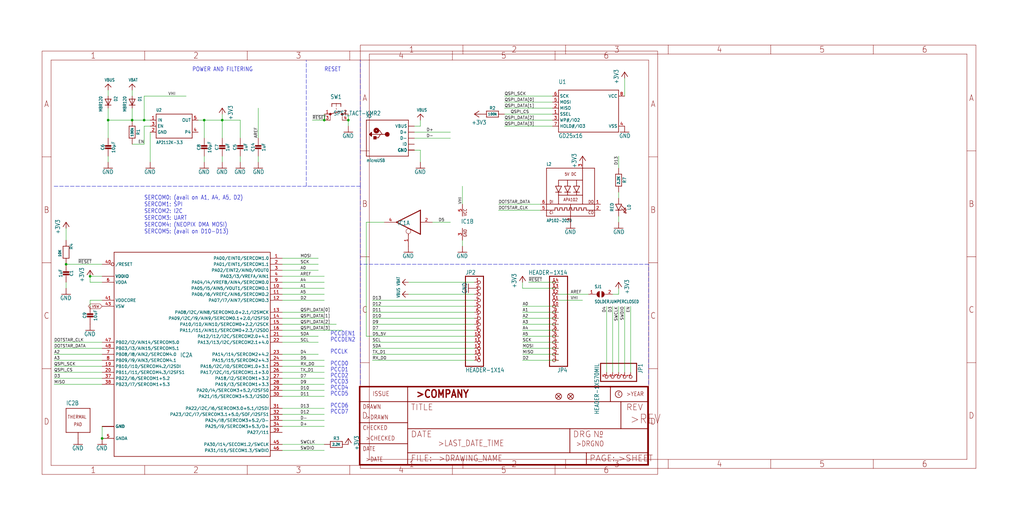
<source format=kicad_sch>
(kicad_sch (version 20211123) (generator eeschema)
  (paper "User" 433.07 220.421)
  (lib_symbols
    (symbol "eagleSchem-eagle-import:+3V3" (power)
      (property "Value" "+3V3" (at -2.54 -5.08 90))
      (symbol "+3V3_1_0"
        (pin power_in line (at 0 -2.54 90) (length 2.54) (name "+3V3") (number "1"))
      )
    )
    (symbol "eagleSchem-eagle-import:741G125DBV"
      (property "Reference" "IC" (at -0.635 -0.635 0))
      (symbol "741G125DBV_1_0"
        (pin input line (at 0 10.16 270) (length 5.08) (name "OE") (number "1"))
        (pin input line (at -10.16 0 0) (length 5.08) (name "I") (number "2"))
        (pin tri_state line (at 10.16 0 180) (length 5.08) (name "O") (number "4"))
      )
      (symbol "741G125DBV_2_0"
        (text "GND" (at 1.905 -6.35 900) (effects (font (size 1.27 1.0795)) (justify left bottom)))
        (text "VCC" (at 1.905 2.54 900) (effects (font (size 1.27 1.0795)) (justify left bottom)))
        (pin power_in line (at 0 -7.62 90) (length 5.08) (name "GND") (number "3"))
        (pin power_in line (at 0 7.62 270) (length 5.08) (name "VCC") (number "5"))
      )
    )
    (symbol "eagleSchem-eagle-import:APA1022020"
      (property "Value" "APA1022020" (at -10.16 -12.7 0))
      (symbol "APA1022020_1_0"
        (text "5V DC" (at 0 7.62 0) (effects (font (size 1.27 1.0795))))
        (text "APA102" (at 0 -3.175 0) (effects (font (size 1.27 1.0795))))
        (text "CI" (at -8.128 -8.636 0) (effects (font (size 1.27 1.0795))))
        (text "CO" (at 8.636 -8.636 0) (effects (font (size 1.27 1.0795))))
        (text "DI" (at -8.128 -4.064 0) (effects (font (size 1.27 1.0795))))
        (text "DO" (at 8.636 -4.064 0) (effects (font (size 1.27 1.0795))))
        (pin output line (at 12.7 -5.08 180) (length 2.54) (name "DO") (number "1"))
        (pin output line (at 12.7 -7.62 180) (length 2.54) (name "CKO") (number "2"))
        (pin power_in line (at 5.08 12.7 270) (length 2.54) (name "VDD") (number "3"))
        (pin power_in line (at 0 -12.7 90) (length 2.54) (name "GND") (number "4"))
        (pin input line (at -12.7 -7.62 0) (length 2.54) (name "CKI") (number "5"))
        (pin input line (at -12.7 -5.08 0) (length 2.54) (name "DI") (number "6"))
      )
    )
    (symbol "eagleSchem-eagle-import:ATSAMD51G_TQFN48"
      (symbol "ATSAMD51G_TQFN48_1_0"
        (pin bidirectional line (at 38.1 48.26 180) (length 5.08) (name "PA00/EINT0/SERCOM1.0") (number "1"))
        (pin bidirectional line (at 38.1 35.56 180) (length 5.08) (name "PA05/I5/AIN5/VOUT1/SERCOM0.1") (number "10"))
        (pin bidirectional line (at 38.1 33.02 180) (length 5.08) (name "PA06/I6/VREFC/AIN6/SERCOM0.2") (number "11"))
        (pin bidirectional line (at 38.1 30.48 180) (length 5.08) (name "PA07/I7/AIN7/SERCOM0.3") (number "12"))
        (pin bidirectional line (at 38.1 25.4 180) (length 5.08) (name "PA08/I2C/AIN8/SERCOM0.0+2.1/I2SMCK") (number "13"))
        (pin bidirectional line (at 38.1 22.86 180) (length 5.08) (name "PA09/I2C/I9/AIN9/SERCOM0.1+2.0/I2SFS0") (number "14"))
        (pin bidirectional line (at 38.1 20.32 180) (length 5.08) (name "PA10/I10/AIN10/SERCOM0+2.2/I2SCK") (number "15"))
        (pin bidirectional line (at 38.1 17.78 180) (length 5.08) (name "PA11/I11/AIN11/SERCOM0+2.3/I2SDO") (number "16"))
        (pin power_in line (at -38.1 40.64 0) (length 5.08) (name "VDDIO") (number "17"))
        (pin power_in line (at -38.1 -22.86 0) (length 5.08) (name "GND") (number "18"))
        (pin bidirectional line (at -38.1 2.54 0) (length 5.08) (name "PB10/I10/SERCOM4.2/I2SDI") (number "19"))
        (pin bidirectional line (at 38.1 45.72 180) (length 5.08) (name "PA01/EINT1/SERCOM1.1") (number "2"))
        (pin bidirectional line (at -38.1 0 0) (length 5.08) (name "PB11/I11/SERCOM4.3/I2SFS1") (number "20"))
        (pin bidirectional line (at 38.1 15.24 180) (length 5.08) (name "PA12/I12/I2C/SERCOM2.0+4.1") (number "21"))
        (pin bidirectional line (at 38.1 12.7 180) (length 5.08) (name "PA13/I13/I2C/SERCOM2.1+4.0") (number "22"))
        (pin bidirectional line (at 38.1 7.62 180) (length 5.08) (name "PA14/I14/SERCOM2+4.2") (number "23"))
        (pin bidirectional line (at 38.1 5.08 180) (length 5.08) (name "PA15/I15/SERCOM2+4.3") (number "24"))
        (pin bidirectional line (at 38.1 2.54 180) (length 5.08) (name "PA16/I2C/I0/SERCOM1.0+3.1") (number "25"))
        (pin bidirectional line (at 38.1 0 180) (length 5.08) (name "PA17/I2C/I1/SERCOM1.1+3.0") (number "26"))
        (pin bidirectional line (at 38.1 -2.54 180) (length 5.08) (name "PA18/I2/SERCOM1+3.2") (number "27"))
        (pin bidirectional line (at 38.1 -5.08 180) (length 5.08) (name "PA19/I3/SERCOM1+3.3") (number "28"))
        (pin bidirectional line (at 38.1 -7.62 180) (length 5.08) (name "PA20/I4/SERCOM3+5.2/I2SFS0") (number "29"))
        (pin bidirectional line (at 38.1 43.18 180) (length 5.08) (name "PA02/EINT2/AIN0/VOUT0") (number "3"))
        (pin bidirectional line (at 38.1 -10.16 180) (length 5.08) (name "PA21/I5/SERCOM3+5.3/I2SDO") (number "30"))
        (pin bidirectional line (at 38.1 -15.24 180) (length 5.08) (name "PA22/I2C/I6/SERCOM3.0+5.1/I2SDI") (number "31"))
        (pin bidirectional line (at 38.1 -17.78 180) (length 5.08) (name "PA23/I2C/I7/SERCOM3.1+5.0/SOF/I2SFS1") (number "32"))
        (pin bidirectional line (at 38.1 -20.32 180) (length 5.08) (name "PA24/I8/SERCOM3+5.2/D-") (number "33"))
        (pin bidirectional line (at 38.1 -22.86 180) (length 5.08) (name "PA25/I9/SERCOM3+5.3/D+") (number "34"))
        (pin power_in line (at -38.1 -22.86 0) (length 5.08) (name "GND") (number "35"))
        (pin power_in line (at -38.1 40.64 0) (length 5.08) (name "VDDIO") (number "36"))
        (pin bidirectional line (at -38.1 -2.54 0) (length 5.08) (name "PB22/I6/SERCOM1+5.2") (number "37"))
        (pin bidirectional line (at -38.1 -5.08 0) (length 5.08) (name "PB23/I7/SERCOM1+5.3") (number "38"))
        (pin bidirectional line (at 38.1 -25.4 180) (length 5.08) (name "PA27/I11") (number "39"))
        (pin bidirectional line (at 38.1 40.64 180) (length 5.08) (name "PA03/I3/VREFA/AIN1") (number "4"))
        (pin bidirectional inverted (at -38.1 45.72 0) (length 5.08) (name "/RESET") (number "40"))
        (pin power_in line (at -38.1 30.48 0) (length 5.08) (name "VDDCORE") (number "41"))
        (pin power_in line (at -38.1 -22.86 0) (length 5.08) (name "GND") (number "42"))
        (pin power_in line (at -38.1 27.94 0) (length 5.08) (name "VSW") (number "43"))
        (pin power_in line (at -38.1 40.64 0) (length 5.08) (name "VDDIO") (number "44"))
        (pin bidirectional line (at 38.1 -30.48 180) (length 5.08) (name "PA30/I14/SECOM1.2/SWCLK") (number "45"))
        (pin bidirectional line (at 38.1 -33.02 180) (length 5.08) (name "PA31/I15/SECOM1.3/SWDIO") (number "46"))
        (pin bidirectional line (at -38.1 12.7 0) (length 5.08) (name "PB02/I2/AIN14/SERCOM5.0") (number "47"))
        (pin bidirectional line (at -38.1 10.16 0) (length 5.08) (name "PB03/I3/AIN15/SERCOM5.1") (number "48"))
        (pin power_in line (at -38.1 -27.94 0) (length 5.08) (name "GNDA") (number "5"))
        (pin power_in line (at -38.1 38.1 0) (length 5.08) (name "VDDA") (number "6"))
        (pin bidirectional line (at -38.1 7.62 0) (length 5.08) (name "PB08/I8/AIN2/SERCOM4.0") (number "7"))
        (pin bidirectional line (at -38.1 5.08 0) (length 5.08) (name "PB09/I9/AIN3/SERCOM4.1") (number "8"))
        (pin bidirectional line (at 38.1 38.1 180) (length 5.08) (name "PA04/I4/VREFB/AIN4/SERCOM0.0") (number "9"))
      )
      (symbol "ATSAMD51G_TQFN48_2_0"
        (text "PAD" (at -1.905 -2.54 0) (effects (font (size 1.4224 1.209)) (justify left bottom)))
        (text "THERMAL" (at -4.445 0.635 0) (effects (font (size 1.4224 1.209)) (justify left bottom)))
        (pin power_in line (at 0 -7.62 90) (length 2.54) (name "TP") (number "THERMAL"))
      )
    )
    (symbol "eagleSchem-eagle-import:CAP_CERAMIC0603_NO"
      (property "Reference" "C" (at -2.29 1.25 90))
      (property "Value" "CAP_CERAMIC0603_NO" (at 2.3 1.25 90))
      (symbol "CAP_CERAMIC0603_NO_1_0"
        (pin passive line (at 0 5.08 270) (length 2.54) (name "1") (number "1"))
        (pin passive line (at 0 -2.54 90) (length 2.54) (name "2") (number "2"))
      )
    )
    (symbol "eagleSchem-eagle-import:CAP_CERAMIC0805-NOOUTLINE"
      (property "Reference" "C" (at -2.29 1.25 90))
      (property "Value" "CAP_CERAMIC0805-NOOUTLINE" (at 2.3 1.25 90))
      (symbol "CAP_CERAMIC0805-NOOUTLINE_1_0"
        (pin passive line (at 0 5.08 270) (length 2.54) (name "1") (number "1"))
        (pin passive line (at 0 -2.54 90) (length 2.54) (name "2") (number "2"))
      )
    )
    (symbol "eagleSchem-eagle-import:CAP_CERAMIC_0603MP"
      (property "Reference" "C" (at -2.29 1.25 90))
      (property "Value" "CAP_CERAMIC_0603MP" (at 2.3 1.25 90))
      (symbol "CAP_CERAMIC_0603MP_1_0"
        (pin passive line (at 0 5.08 270) (length 2.54) (name "1") (number "1"))
        (pin passive line (at 0 -2.54 90) (length 2.54) (name "2") (number "2"))
      )
    )
    (symbol "eagleSchem-eagle-import:CAP_CERAMIC_0805MP"
      (property "Reference" "C" (at -2.29 1.25 90))
      (property "Value" "CAP_CERAMIC_0805MP" (at 2.3 1.25 90))
      (symbol "CAP_CERAMIC_0805MP_1_0"
        (pin passive line (at 0 5.08 270) (length 2.54) (name "1") (number "1"))
        (pin passive line (at 0 -2.54 90) (length 2.54) (name "2") (number "2"))
      )
    )
    (symbol "eagleSchem-eagle-import:DIODE_SOD-123FL"
      (property "Reference" "D" (at -2.54 2.54 0))
      (property "Value" "DIODE_SOD-123FL" (at -2.54 -3.81 0))
      (symbol "DIODE_SOD-123FL_1_0"
        (pin passive line (at -2.54 0 0) (length 2.54) (name "A") (number "A"))
        (pin passive line (at 2.54 0 180) (length 2.54) (name "C") (number "C"))
      )
    )
    (symbol "eagleSchem-eagle-import:FIDUCIAL_1MM")
    (symbol "eagleSchem-eagle-import:FRAME_A4"
      (symbol "FRAME_A4_0_0"
        (text "1" (at 21.6958 1.905 0) (effects (font (size 2.54 2.286))))
        (text "1" (at 21.6958 177.165 0) (effects (font (size 2.54 2.286))))
        (text "2" (at 65.0875 1.905 0) (effects (font (size 2.54 2.286))))
        (text "2" (at 65.0875 177.165 0) (effects (font (size 2.54 2.286))))
        (text "3" (at 108.4792 1.905 0) (effects (font (size 2.54 2.286))))
        (text "3" (at 108.4792 177.165 0) (effects (font (size 2.54 2.286))))
        (text "4" (at 151.8708 1.905 0) (effects (font (size 2.54 2.286))))
        (text "4" (at 151.8708 177.165 0) (effects (font (size 2.54 2.286))))
        (text "5" (at 195.2625 1.905 0) (effects (font (size 2.54 2.286))))
        (text "5" (at 195.2625 177.165 0) (effects (font (size 2.54 2.286))))
        (text "6" (at 238.6542 1.905 0) (effects (font (size 2.54 2.286))))
        (text "6" (at 238.6542 177.165 0) (effects (font (size 2.54 2.286))))
        (text "A" (at 1.905 156.6863 0) (effects (font (size 2.54 2.286))))
        (text "A" (at 258.445 156.6863 0) (effects (font (size 2.54 2.286))))
        (text "B" (at 1.905 111.9188 0) (effects (font (size 2.54 2.286))))
        (text "B" (at 258.445 111.9188 0) (effects (font (size 2.54 2.286))))
        (text "C" (at 1.905 67.1513 0) (effects (font (size 2.54 2.286))))
        (text "C" (at 258.445 67.1513 0) (effects (font (size 2.54 2.286))))
        (text "D" (at 1.905 22.3838 0) (effects (font (size 2.54 2.286))))
        (text "D" (at 258.445 22.3838 0) (effects (font (size 2.54 2.286))))
      )
      (symbol "FRAME_A4_2_0"
        (text ">CHECKED" (at 2.2352 11.7348 0) (effects (font (size 1.778 1.5113)) (justify left bottom)))
        (text ">COMPANY" (at 23.349 29.6735 0) (effects (font (size 3.175 2.6987) (thickness 0.5397) bold) (justify left bottom)))
        (text ">DATE" (at 2.2352 2.8448 0) (effects (font (size 1.778 1.5113)) (justify left bottom)))
        (text ">DRAWING_NAME" (at 33.0327 2.8448 0) (effects (font (size 2.54 2.159)) (justify left bottom)))
        (text ">DRAWN" (at 2.2352 20.6248 0) (effects (font (size 1.778 1.5113)) (justify left bottom)))
        (text ">DRGNO" (at 91.1352 9.1948 0) (effects (font (size 2.1844 1.8567)) (justify left bottom)))
        (text ">LAST_DATE_TIME" (at 32.7152 9.1948 0) (effects (font (size 2.54 2.159)) (justify left bottom)))
        (text ">REV" (at 113.9952 18.7198 0) (effects (font (size 3.81 3.2385)) (justify left bottom)))
        (text ">SHEET" (at 108.9152 2.8448 0) (effects (font (size 2.54 2.54)) (justify left bottom)))
        (text ">YEAR" (at 112.4077 30.4673 0) (effects (font (size 1.778 1.5113)) (justify left bottom)))
        (text "C" (at 108.7564 30.7848 0) (effects (font (size 1.27 1.0795)) (justify left bottom)))
        (text "CHECKED" (at 0.9652 16.1798 0) (effects (font (size 1.778 1.5113)) (justify left bottom)))
        (text "DATE" (at 0.9652 7.2898 0) (effects (font (size 1.778 1.5113)) (justify left bottom)))
        (text "DATE" (at 21.2852 13.0048 0) (effects (font (size 2.54 2.54)) (justify left bottom)))
        (text "DRAWN" (at 0.9652 25.0698 0) (effects (font (size 1.778 1.5113)) (justify left bottom)))
        (text "DRG" (at 89.8652 13.0048 0) (effects (font (size 2.54 2.54)) (justify left bottom)))
        (text "FILE:" (at 21.2852 2.8448 0) (effects (font (size 2.54 2.54)) (justify left bottom)))
        (text "ISSUE" (at 5.0927 30.4673 0) (effects (font (size 1.9304 1.6408)) (justify left bottom)))
        (text "N" (at 98.4377 13.0048 0) (effects (font (size 2.54 2.54)) (justify left bottom)))
        (text "o" (at 100.9777 13.9573 0) (effects (font (size 2.1844 1.8567)) (justify left bottom)))
        (text "PAGE:" (at 96.8502 2.8448 0) (effects (font (size 2.54 2.54)) (justify left bottom)))
        (text "REV" (at 112.4077 24.4348 0) (effects (font (size 2.54 2.54)) (justify left bottom)))
        (text "TITLE" (at 21.2852 24.4348 0) (effects (font (size 2.54 2.54)) (justify left bottom)))
      )
    )
    (symbol "eagleSchem-eagle-import:GND" (power)
      (property "Value" "GND" (at -2.54 -2.54 0))
      (symbol "GND_1_0"
        (pin power_in line (at 0 2.54 270) (length 2.54) (name "GND") (number "1"))
      )
    )
    (symbol "eagleSchem-eagle-import:HEADER-1X14"
      (property "Reference" "JP" (at -6.35 20.955 0))
      (property "Value" "HEADER-1X14" (at -6.35 -20.32 0))
      (symbol "HEADER-1X14_1_0"
        (pin passive inverted (at -2.54 17.78 0) (length 2.54) (name "1") (number "1"))
        (pin passive inverted (at -2.54 -5.08 0) (length 2.54) (name "10") (number "10"))
        (pin passive inverted (at -2.54 -7.62 0) (length 2.54) (name "11") (number "11"))
        (pin passive inverted (at -2.54 -10.16 0) (length 2.54) (name "12") (number "12"))
        (pin passive inverted (at -2.54 -12.7 0) (length 2.54) (name "13") (number "13"))
        (pin passive inverted (at -2.54 -15.24 0) (length 2.54) (name "14") (number "14"))
        (pin passive inverted (at -2.54 15.24 0) (length 2.54) (name "2") (number "2"))
        (pin passive inverted (at -2.54 12.7 0) (length 2.54) (name "3") (number "3"))
        (pin passive inverted (at -2.54 10.16 0) (length 2.54) (name "4") (number "4"))
        (pin passive inverted (at -2.54 7.62 0) (length 2.54) (name "5") (number "5"))
        (pin passive inverted (at -2.54 5.08 0) (length 2.54) (name "6") (number "6"))
        (pin passive inverted (at -2.54 2.54 0) (length 2.54) (name "7") (number "7"))
        (pin passive inverted (at -2.54 0 0) (length 2.54) (name "8") (number "8"))
        (pin passive inverted (at -2.54 -2.54 0) (length 2.54) (name "9") (number "9"))
      )
    )
    (symbol "eagleSchem-eagle-import:HEADER-1X570MIL"
      (property "Reference" "JP" (at -6.35 8.255 0))
      (property "Value" "HEADER-1X570MIL" (at -6.35 -10.16 0))
      (symbol "HEADER-1X570MIL_1_0"
        (pin passive inverted (at -2.54 5.08 0) (length 2.54) (name "1") (number "1"))
        (pin passive inverted (at -2.54 2.54 0) (length 2.54) (name "2") (number "2"))
        (pin passive inverted (at -2.54 0 0) (length 2.54) (name "3") (number "3"))
        (pin passive inverted (at -2.54 -2.54 0) (length 2.54) (name "4") (number "4"))
        (pin passive inverted (at -2.54 -5.08 0) (length 2.54) (name "5") (number "5"))
      )
    )
    (symbol "eagleSchem-eagle-import:LED0603_NOOUTLINE"
      (property "Reference" "D" (at -1.27 4.445 0))
      (property "Value" "LED0603_NOOUTLINE" (at -1.27 -2.794 0))
      (symbol "LED0603_NOOUTLINE_1_0"
        (pin passive line (at -5.08 0 0) (length 2.54) (name "A") (number "A"))
        (pin passive line (at 2.54 0 180) (length 2.54) (name "C") (number "C"))
      )
    )
    (symbol "eagleSchem-eagle-import:RESISTOR_0603MP"
      (property "Reference" "R" (at 0 2.54 0))
      (property "Value" "RESISTOR_0603MP" (at 0 0 0))
      (symbol "RESISTOR_0603MP_1_0"
        (pin passive line (at -5.08 0 0) (length 2.54) (name "1") (number "1"))
        (pin passive line (at 5.08 0 180) (length 2.54) (name "2") (number "2"))
      )
    )
    (symbol "eagleSchem-eagle-import:RESISTOR_0603_NOOUT"
      (property "Reference" "R" (at 0 2.54 0))
      (property "Value" "RESISTOR_0603_NOOUT" (at 0 0 0))
      (symbol "RESISTOR_0603_NOOUT_1_0"
        (pin passive line (at -5.08 0 0) (length 2.54) (name "1") (number "1"))
        (pin passive line (at 5.08 0 180) (length 2.54) (name "2") (number "2"))
      )
    )
    (symbol "eagleSchem-eagle-import:SOLDERJUMPERCLOSED"
      (property "Reference" "SJ" (at -2.54 2.54 0))
      (property "Value" "SOLDERJUMPERCLOSED" (at -2.54 -3.81 0))
      (symbol "SOLDERJUMPERCLOSED_1_0"
        (pin passive line (at -5.08 0 0) (length 2.54) (name "1") (number "1"))
        (pin passive line (at 5.08 0 180) (length 2.54) (name "2") (number "2"))
      )
    )
    (symbol "eagleSchem-eagle-import:SPIFLASH_8PINUX"
      (property "Reference" "U" (at -12.7 12.7 0))
      (property "Value" "SPIFLASH_8PINUX" (at -12.7 -10.16 0))
      (symbol "SPIFLASH_8PINUX_1_0"
        (pin bidirectional line (at -15.24 0 0) (length 2.54) (name "SSEL") (number "1"))
        (pin bidirectional line (at -15.24 2.54 0) (length 2.54) (name "MISO") (number "2"))
        (pin bidirectional line (at -15.24 -2.54 0) (length 2.54) (name "WP#/IO2") (number "3"))
        (pin bidirectional line (at 15.24 -5.08 180) (length 2.54) (name "VSS") (number "4"))
        (pin bidirectional line (at -15.24 5.08 0) (length 2.54) (name "MOSI") (number "5"))
        (pin bidirectional line (at -15.24 7.62 0) (length 2.54) (name "SCK") (number "6"))
        (pin bidirectional line (at -15.24 -5.08 0) (length 2.54) (name "HOLD#/IO3") (number "7"))
        (pin bidirectional line (at 15.24 7.62 180) (length 2.54) (name "VCC") (number "8"))
      )
    )
    (symbol "eagleSchem-eagle-import:SPST_TACT-KMR2"
      (property "Reference" "SW" (at -6.35 -2.54 90))
      (property "Value" "SPST_TACT-KMR2" (at -3.81 3.175 90))
      (symbol "SPST_TACT-KMR2_1_0"
        (pin passive line (at 0 -5.08 90) (length 2.54) (name "P") (number "1"))
        (pin passive line (at 0 5.08 270) (length 2.54) (name "S") (number "2"))
        (pin passive line (at 2.54 -5.08 90) (length 2.54) (name "P1") (number "3"))
        (pin passive line (at 2.54 5.08 270) (length 2.54) (name "S1") (number "4"))
      )
    )
    (symbol "eagleSchem-eagle-import:USB_MICRO_20329_V2"
      (property "Reference" "X" (at -10.16 8.636 0))
      (property "Value" "USB_MICRO_20329_V2" (at -10.16 -10.16 0))
      (symbol "USB_MICRO_20329_V2_1_0"
        (pin power_in line (at 10.16 -5.08 180) (length 2.54) (name "GND") (number "BASE@1"))
        (pin power_in line (at 10.16 -5.08 180) (length 2.54) (name "GND") (number "BASE@2"))
        (pin bidirectional line (at 10.16 2.54 180) (length 2.54) (name "D+") (number "D+"))
        (pin bidirectional line (at 10.16 0 180) (length 2.54) (name "D-") (number "D-"))
        (pin power_in line (at 10.16 -5.08 180) (length 2.54) (name "GND") (number "GND"))
        (pin bidirectional line (at 10.16 -2.54 180) (length 2.54) (name "ID") (number "ID"))
        (pin power_in line (at 10.16 -5.08 180) (length 2.54) (name "GND") (number "SPRT@1"))
        (pin power_in line (at 10.16 -5.08 180) (length 2.54) (name "GND") (number "SPRT@2"))
        (pin power_in line (at 10.16 -5.08 180) (length 2.54) (name "GND") (number "SPRT@3"))
        (pin power_in line (at 10.16 -5.08 180) (length 2.54) (name "GND") (number "SPRT@4"))
        (pin power_in line (at 10.16 5.08 180) (length 2.54) (name "VBUS") (number "VBUS"))
      )
    )
    (symbol "eagleSchem-eagle-import:VBAT" (power)
      (property "Value" "VBAT" (at -1.524 1.016 0))
      (symbol "VBAT_1_0"
        (pin power_in line (at 0 -2.54 90) (length 2.54) (name "VBAT") (number "1"))
      )
    )
    (symbol "eagleSchem-eagle-import:VBUS" (power)
      (property "Value" "VBUS" (at -1.524 1.016 0))
      (symbol "VBUS_1_0"
        (pin power_in line (at 0 -2.54 90) (length 2.54) (name "VBUS") (number "1"))
      )
    )
    (symbol "eagleSchem-eagle-import:VREG_SOT23-5"
      (property "Reference" "U" (at -7.62 6.096 0))
      (property "Value" "VREG_SOT23-5" (at -7.62 -7.62 0))
      (symbol "VREG_SOT23-5_1_0"
        (pin power_in line (at -10.16 2.54 0) (length 2.54) (name "IN") (number "1"))
        (pin power_in line (at -10.16 -2.54 0) (length 2.54) (name "GND") (number "2"))
        (pin input line (at -10.16 0 0) (length 2.54) (name "EN") (number "3"))
        (pin bidirectional line (at 10.16 -2.54 180) (length 2.54) (name "P4") (number "4"))
        (pin power_in line (at 10.16 2.54 180) (length 2.54) (name "OUT") (number "5"))
      )
    )
  )
  (junction (at 137.16 50.8))
  (junction (at 27.94 111.76))
  (junction (at 93.98 50.8))
  (junction (at 60.96 50.8))
  (junction (at 86.36 50.8))
  (junction (at 55.88 50.8))
  (junction (at 43.18 185.42))
  (junction (at 45.72 50.8))
  (junction (at 38.1 116.84))
  (junction (at 147.32 50.8))
  (wire (pts (xy 119.38 111.76) (xy 134.62 111.76)))
  (wire (pts (xy 137.16 190.5) (xy 119.38 190.5)))
  (wire (pts (xy 119.38 139.7) (xy 144.78 139.7)))
  (wire (pts (xy 119.38 134.62) (xy 137.16 134.62)))
  (wire (pts (xy 200.66 142.24) (xy 154.94 142.24)))
  (wire (pts (xy 55.88 45.72) (xy 55.88 50.8)))
  (wire (pts (xy 195.58 101.6) (xy 195.58 104.14)))
  (wire (pts (xy 43.18 180.34) (xy 43.18 185.42)))
  (wire (pts (xy 101.6 58.42) (xy 101.6 50.8)))
  (wire (pts (xy 60.96 60.96) (xy 60.96 53.34)))
  (wire (pts (xy 60.96 53.34) (xy 63.5 53.34)))
  (wire (pts (xy 43.18 149.86) (xy 22.86 149.86)))
  (wire (pts (xy 213.36 43.18) (xy 233.68 43.18)))
  (wire (pts (xy 137.16 132.08) (xy 119.38 132.08)))
  (wire (pts (xy 119.38 154.94) (xy 137.16 154.94)))
  (wire (pts (xy 154.94 93.98) (xy 162.56 93.98)))
  (wire (pts (xy 86.36 66.04) (xy 86.36 68.58)))
  (wire (pts (xy 55.88 50.8) (xy 45.72 50.8)))
  (wire (pts (xy 27.94 101.6) (xy 27.94 96.52)))
  (wire (pts (xy 266.7 157.48) (xy 266.7 129.54)))
  (wire (pts (xy 43.18 154.94) (xy 22.86 154.94)))
  (wire (pts (xy 93.98 50.8) (xy 93.98 48.26)))
  (wire (pts (xy 256.54 129.54) (xy 256.54 157.48)))
  (wire (pts (xy 22.86 162.56) (xy 43.18 162.56)))
  (wire (pts (xy 233.68 48.26) (xy 213.36 48.26)))
  (wire (pts (xy 119.38 116.84) (xy 137.16 116.84)))
  (wire (pts (xy 119.38 124.46) (xy 137.16 124.46)))
  (wire (pts (xy 200.66 132.08) (xy 157.48 132.08)))
  (wire (pts (xy 86.36 50.8) (xy 93.98 50.8)))
  (wire (pts (xy 93.98 50.8) (xy 101.6 50.8)))
  (wire (pts (xy 233.68 40.64) (xy 213.36 40.64)))
  (wire (pts (xy 137.16 180.34) (xy 119.38 180.34)))
  (wire (pts (xy 43.18 160.02) (xy 22.86 160.02)))
  (wire (pts (xy 261.62 91.44) (xy 261.62 93.98)))
  (wire (pts (xy 236.22 139.7) (xy 220.98 139.7)))
  (wire (pts (xy 236.22 124.46) (xy 248.92 124.46)))
  (wire (pts (xy 119.38 177.8) (xy 137.16 177.8)))
  (wire (pts (xy 236.22 119.38) (xy 223.52 119.38)))
  (wire (pts (xy 43.18 111.76) (xy 27.94 111.76)))
  (wire (pts (xy 119.38 157.48) (xy 137.16 157.48)))
  (polyline (pts (xy 274.32 111.76) (xy 152.4 111.76)))
  (wire (pts (xy 236.22 127) (xy 246.38 127)))
  (wire (pts (xy 63.5 50.8) (xy 60.96 50.8)))
  (wire (pts (xy 22.86 147.32) (xy 43.18 147.32)))
  (wire (pts (xy 119.38 144.78) (xy 134.62 144.78)))
  (wire (pts (xy 200.66 124.46) (xy 172.72 124.46)))
  (wire (pts (xy 233.68 50.8) (xy 213.36 50.8)))
  (wire (pts (xy 236.22 147.32) (xy 220.98 147.32)))
  (wire (pts (xy 22.86 157.48) (xy 43.18 157.48)))
  (wire (pts (xy 200.66 149.86) (xy 157.48 149.86)))
  (wire (pts (xy 55.88 40.64) (xy 55.88 38.1)))
  (wire (pts (xy 86.36 58.42) (xy 86.36 50.8)))
  (wire (pts (xy 134.62 142.24) (xy 119.38 142.24)))
  (wire (pts (xy 38.1 127) (xy 38.1 129.54)))
  (wire (pts (xy 200.66 137.16) (xy 157.48 137.16)))
  (wire (pts (xy 177.8 63.5) (xy 177.8 68.58)))
  (wire (pts (xy 220.98 121.92) (xy 236.22 121.92)))
  (wire (pts (xy 157.48 134.62) (xy 200.66 134.62)))
  (wire (pts (xy 157.48 129.54) (xy 200.66 129.54)))
  (wire (pts (xy 109.22 58.42) (xy 109.22 45.72)))
  (wire (pts (xy 119.38 114.3) (xy 134.62 114.3)))
  (wire (pts (xy 119.38 165.1) (xy 137.16 165.1)))
  (wire (pts (xy 236.22 144.78) (xy 220.98 144.78)))
  (wire (pts (xy 236.22 152.4) (xy 220.98 152.4)))
  (wire (pts (xy 157.48 147.32) (xy 200.66 147.32)))
  (wire (pts (xy 55.88 60.96) (xy 60.96 60.96)))
  (wire (pts (xy 200.66 127) (xy 157.48 127)))
  (wire (pts (xy 233.68 45.72) (xy 213.36 45.72)))
  (wire (pts (xy 63.5 55.88) (xy 63.5 68.58)))
  (wire (pts (xy 137.16 160.02) (xy 119.38 160.02)))
  (wire (pts (xy 119.38 109.22) (xy 134.62 109.22)))
  (wire (pts (xy 27.94 121.92) (xy 27.94 119.38)))
  (polyline (pts (xy 152.4 78.74) (xy 152.4 25.4)))
  (wire (pts (xy 137.16 50.8) (xy 137.16 48.26)))
  (wire (pts (xy 220.98 142.24) (xy 236.22 142.24)))
  (wire (pts (xy 220.98 137.16) (xy 236.22 137.16)))
  (wire (pts (xy 175.26 55.88) (xy 190.5 55.88)))
  (wire (pts (xy 119.38 149.86) (xy 134.62 149.86)))
  (wire (pts (xy 38.1 119.38) (xy 38.1 116.84)))
  (wire (pts (xy 43.18 116.84) (xy 38.1 116.84)))
  (wire (pts (xy 261.62 81.28) (xy 261.62 83.82)))
  (wire (pts (xy 22.86 152.4) (xy 43.18 152.4)))
  (wire (pts (xy 261.62 124.46) (xy 261.62 121.92)))
  (wire (pts (xy 220.98 119.38) (xy 220.98 121.92)))
  (wire (pts (xy 147.32 48.26) (xy 147.32 50.8)))
  (polyline (pts (xy 129.54 78.74) (xy 129.54 25.4)))
  (wire (pts (xy 220.98 149.86) (xy 236.22 149.86)))
  (wire (pts (xy 147.32 53.34) (xy 147.32 50.8)))
  (wire (pts (xy 119.38 187.96) (xy 137.16 187.96)))
  (wire (pts (xy 45.72 50.8) (xy 45.72 58.42)))
  (wire (pts (xy 172.72 119.38) (xy 200.66 119.38)))
  (wire (pts (xy 119.38 119.38) (xy 137.16 119.38)))
  (wire (pts (xy 60.96 40.64) (xy 78.74 40.64)))
  (wire (pts (xy 259.08 124.46) (xy 261.62 124.46)))
  (wire (pts (xy 93.98 50.8) (xy 93.98 58.42)))
  (wire (pts (xy 213.36 53.34) (xy 233.68 53.34)))
  (polyline (pts (xy 274.32 162.56) (xy 274.32 111.76)))
  (wire (pts (xy 264.16 33.02) (xy 264.16 40.64)))
  (wire (pts (xy 109.22 66.04) (xy 109.22 68.58)))
  (wire (pts (xy 43.18 119.38) (xy 38.1 119.38)))
  (wire (pts (xy 190.5 58.42) (xy 175.26 58.42)))
  (wire (pts (xy 55.88 50.8) (xy 60.96 50.8)))
  (wire (pts (xy 182.88 93.98) (xy 190.5 93.98)))
  (wire (pts (xy 200.66 144.78) (xy 157.48 144.78)))
  (wire (pts (xy 261.62 129.54) (xy 261.62 157.48)))
  (wire (pts (xy 175.26 53.34) (xy 177.8 53.34)))
  (polyline (pts (xy 152.4 111.76) (xy 152.4 78.74)))
  (wire (pts (xy 137.16 121.92) (xy 119.38 121.92)))
  (wire (pts (xy 210.82 88.9) (xy 228.6 88.9)))
  (wire (pts (xy 119.38 167.64) (xy 137.16 167.64)))
  (polyline (pts (xy 152.4 78.74) (xy 129.54 78.74)))
  (wire (pts (xy 45.72 50.8) (xy 45.72 45.72)))
  (wire (pts (xy 261.62 71.12) (xy 261.62 66.04)))
  (wire (pts (xy 83.82 50.8) (xy 86.36 50.8)))
  (wire (pts (xy 137.16 152.4) (xy 119.38 152.4)))
  (wire (pts (xy 60.96 50.8) (xy 60.96 40.64)))
  (wire (pts (xy 157.48 139.7) (xy 200.66 139.7)))
  (polyline (pts (xy 152.4 162.56) (xy 152.4 111.76)))
  (wire (pts (xy 43.18 127) (xy 38.1 127)))
  (wire (pts (xy 43.18 144.78) (xy 22.86 144.78)))
  (wire (pts (xy 195.58 78.74) (xy 195.58 86.36)))
  (wire (pts (xy 119.38 172.72) (xy 137.16 172.72)))
  (wire (pts (xy 119.38 137.16) (xy 142.24 137.16)))
  (wire (pts (xy 154.94 142.24) (xy 154.94 93.98)))
  (wire (pts (xy 45.72 38.1) (xy 45.72 40.64)))
  (wire (pts (xy 228.6 86.36) (xy 210.82 86.36)))
  (wire (pts (xy 119.38 127) (xy 137.16 127)))
  (wire (pts (xy 220.98 132.08) (xy 236.22 132.08)))
  (wire (pts (xy 45.72 66.04) (xy 45.72 68.58)))
  (wire (pts (xy 101.6 68.58) (xy 101.6 66.04)))
  (wire (pts (xy 175.26 63.5) (xy 177.8 63.5)))
  (wire (pts (xy 119.38 162.56) (xy 137.16 162.56)))
  (wire (pts (xy 93.98 66.04) (xy 93.98 68.58)))
  (wire (pts (xy 236.22 129.54) (xy 220.98 129.54)))
  (wire (pts (xy 236.22 134.62) (xy 220.98 134.62)))
  (wire (pts (xy 177.8 53.34) (xy 177.8 50.8)))
  (wire (pts (xy 132.08 50.8) (xy 137.16 50.8)))
  (wire (pts (xy 119.38 175.26) (xy 137.16 175.26)))
  (wire (pts (xy 264.16 157.48) (xy 264.16 129.54)))
  (wire (pts (xy 157.48 152.4) (xy 200.66 152.4)))
  (wire (pts (xy 259.08 157.48) (xy 259.08 129.54)))
  (polyline (pts (xy 22.86 78.74) (xy 129.54 78.74)))
  (text "PCCD4" (at 139.7 165.1 180) (effects (font (size 1.778 1.5113)) (justify left bottom)))
  (text "SERCOM0: (avail on A1, A4, A5, D2)\nSERCOM1: SPI\nSERCOM2: I2C\nSERCOM3: UART\nSERCOM4: (NEOPIX DMA MOSI)\nSERCOM5: (avail on D10-D13)" (at 60.96 99.06 0) (effects (font (size 1.778 1.5113)) (justify left bottom)))
  (text "PCCDEN2" (at 139.7 144.78 180) (effects (font (size 1.778 1.5113)) (justify left bottom)))
  (text "PCCD5" (at 139.7 167.64 180) (effects (font (size 1.778 1.5113)) (justify left bottom)))
  (text "PCCD0" (at 139.7 154.94 180) (effects (font (size 1.778 1.5113)) (justify left bottom)))
  (text "RESET" (at 137.16 30.48 180) (effects (font (size 1.778 1.5113)) (justify left bottom)))
  (text "PCCDEN1" (at 139.7 142.24 180) (effects (font (size 1.778 1.5113)) (justify left bottom)))
  (text "PCCD7" (at 139.7 175.26 180) (effects (font (size 1.778 1.5113)) (justify left bottom)))
  (text "PCCD3" (at 139.7 162.56 180) (effects (font (size 1.778 1.5113)) (justify left bottom)))
  (text "PCCLK" (at 139.7 149.86 180) (effects (font (size 1.778 1.5113)) (justify left bottom)))
  (text "POWER AND FILTERING" (at 81.28 30.48 180) (effects (font (size 1.778 1.5113)) (justify left bottom)))
  (text "PCCD1" (at 139.7 157.48 180) (effects (font (size 1.778 1.5113)) (justify left bottom)))
  (text "PCCD2" (at 139.7 160.02 180) (effects (font (size 1.778 1.5113)) (justify left bottom)))
  (text "PCCD6" (at 139.7 172.72 180) (effects (font (size 1.778 1.5113)) (justify left bottom)))
  (label "QSPI_DATA[1]" (at 127 134.62 0) (effects (font (size 1.2446 1.2446))))
  (label "A2" (at 220.98 134.62 0) (effects (font (size 1.2446 1.2446))))
  (label "QSPI_DATA[2]" (at 127 137.16 0) (effects (font (size 1.2446 1.2446))))
  (label "D4" (at 127 149.86 0) (effects (font (size 1.2446 1.2446))))
  (label "SDA" (at 157.48 147.32 0) (effects (font (size 1.2446 1.2446))))
  (label "SWCLK" (at 261.62 129.54 270) (effects (font (size 1.2446 1.2446))))
  (label "D+" (at 180.34 55.88 0) (effects (font (size 1.2446 1.2446))))
  (label "QSPI_SCK" (at 213.36 40.64 0) (effects (font (size 1.2446 1.2446))))
  (label "D5_5V" (at 157.48 142.24 0) (effects (font (size 1.2446 1.2446))))
  (label "MISO" (at 22.86 162.56 0) (effects (font (size 1.2446 1.2446))))
  (label "A1" (at 127 121.92 0) (effects (font (size 1.2446 1.2446))))
  (label "D3" (at 22.86 160.02 0) (effects (font (size 1.2446 1.2446))))
  (label "A0" (at 220.98 129.54 0) (effects (font (size 1.2446 1.2446))))
  (label "SCK" (at 127 111.76 0) (effects (font (size 1.2446 1.2446))))
  (label "SWDIO" (at 127 190.5 0) (effects (font (size 1.2446 1.2446))))
  (label "QSPI_CS" (at 22.86 157.48 0) (effects (font (size 1.2446 1.2446))))
  (label "QSPI_DATA[1]" (at 213.36 45.72 0) (effects (font (size 1.2446 1.2446))))
  (label "D10" (at 157.48 134.62 0) (effects (font (size 1.2446 1.2446))))
  (label "VHI" (at 71.12 40.64 0) (effects (font (size 1.2446 1.2446))))
  (label "EN" (at 266.7 129.54 270) (effects (font (size 1.2446 1.2446))))
  (label "D11" (at 127 167.64 0) (effects (font (size 1.2446 1.2446))))
  (label "D+" (at 127 180.34 0) (effects (font (size 1.2446 1.2446))))
  (label "~{RESET}" (at 132.08 50.8 0) (effects (font (size 1.2446 1.2446))))
  (label "D3" (at 259.08 129.54 270) (effects (font (size 1.2446 1.2446))))
  (label "D11" (at 157.48 132.08 0) (effects (font (size 1.2446 1.2446))))
  (label "MOSI" (at 127 109.22 0) (effects (font (size 1.2446 1.2446))))
  (label "RX_D0" (at 157.48 152.4 0) (effects (font (size 1.2446 1.2446))))
  (label "RX_D0" (at 127 154.94 0) (effects (font (size 1.2446 1.2446))))
  (label "SWDIO" (at 264.16 129.54 270) (effects (font (size 1.2446 1.2446))))
  (label "D5" (at 185.42 93.98 0) (effects (font (size 1.2446 1.2446))))
  (label "SCK" (at 220.98 144.78 0) (effects (font (size 1.2446 1.2446))))
  (label "TX_D1" (at 157.48 149.86 0) (effects (font (size 1.2446 1.2446))))
  (label "AREF" (at 241.3 124.46 0) (effects (font (size 1.2446 1.2446))))
  (label "D13" (at 157.48 127 0) (effects (font (size 1.2446 1.2446))))
  (label "D13" (at 261.62 66.04 270) (effects (font (size 1.2446 1.2446))))
  (label "A0" (at 127 114.3 0) (effects (font (size 1.2446 1.2446))))
  (label "TX_D1" (at 127 157.48 0) (effects (font (size 1.2446 1.2446))))
  (label "SCL" (at 127 144.78 0) (effects (font (size 1.2446 1.2446))))
  (label "DOTSTAR_CLK" (at 210.82 88.9 0) (effects (font (size 1.2446 1.2446))))
  (label "A2" (at 22.86 149.86 0) (effects (font (size 1.2446 1.2446))))
  (label "D9" (at 127 162.56 0) (effects (font (size 1.2446 1.2446))))
  (label "AREF" (at 127 116.84 0) (effects (font (size 1.2446 1.2446))))
  (label "D9" (at 157.48 137.16 0) (effects (font (size 1.2446 1.2446))))
  (label "VHI" (at 195.58 86.36 90) (effects (font (size 1.2446 1.2446))))
  (label "D10" (at 127 165.1 0) (effects (font (size 1.2446 1.2446))))
  (label "EN" (at 58.42 60.96 0) (effects (font (size 1.2446 1.2446))))
  (label "A3" (at 22.86 152.4 0) (effects (font (size 1.2446 1.2446))))
  (label "SCL" (at 157.48 144.78 0) (effects (font (size 1.2446 1.2446))))
  (label "D2" (at 127 127 0) (effects (font (size 1.2446 1.2446))))
  (label "VHI" (at 241.3 127 0) (effects (font (size 1.2446 1.2446))))
  (label "QSPI_DATA[3]" (at 127 139.7 0) (effects (font (size 1.2446 1.2446))))
  (label "A5" (at 220.98 142.24 0) (effects (font (size 1.2446 1.2446))))
  (label "SWCLK" (at 127 187.96 0) (effects (font (size 1.2446 1.2446))))
  (label "MOSI" (at 220.98 147.32 0) (effects (font (size 1.2446 1.2446))))
  (label "SDA" (at 127 142.24 0) (effects (font (size 1.2446 1.2446))))
  (label "D12" (at 157.48 129.54 0) (effects (font (size 1.2446 1.2446))))
  (label "QSPI_CS" (at 215.9 48.26 0) (effects (font (size 1.2446 1.2446))))
  (label "A1" (at 220.98 132.08 0) (effects (font (size 1.2446 1.2446))))
  (label "~{RESET}" (at 223.52 119.38 0) (effects (font (size 1.2446 1.2446))))
  (label "QSPI_DATA[3]" (at 213.36 53.34 0) (effects (font (size 1.2446 1.2446))))
  (label "D7" (at 127 160.02 0) (effects (font (size 1.2446 1.2446))))
  (label "DOTSTAR_DATA" (at 22.86 147.32 0) (effects (font (size 1.2446 1.2446))))
  (label "A4" (at 127 119.38 0) (effects (font (size 1.2446 1.2446))))
  (label "QSPI_DATA[0]" (at 127 132.08 0) (effects (font (size 1.2446 1.2446))))
  (label "D7" (at 157.48 139.7 0) (effects (font (size 1.2446 1.2446))))
  (label "A3" (at 220.98 137.16 0) (effects (font (size 1.2446 1.2446))))
  (label "D5" (at 127 152.4 0) (effects (font (size 1.2446 1.2446))))
  (label "D13" (at 127 172.72 0) (effects (font (size 1.2446 1.2446))))
  (label "QSPI_DATA[0]" (at 213.36 43.18 0) (effects (font (size 1.2446 1.2446))))
  (label "MISO" (at 220.98 149.86 0) (effects (font (size 1.2446 1.2446))))
  (label "A5" (at 127 124.46 0) (effects (font (size 1.2446 1.2446))))
  (label "D-" (at 180.34 58.42 0) (effects (font (size 1.2446 1.2446))))
  (label "~{RESET}" (at 33.02 111.76 0) (effects (font (size 1.2446 1.2446))))
  (label "D4" (at 256.54 129.54 270) (effects (font (size 1.2446 1.2446))))
  (label "D-" (at 127 177.8 0) (effects (font (size 1.2446 1.2446))))
  (label "D2" (at 220.98 152.4 0) (effects (font (size 1.2446 1.2446))))
  (label "QSPI_SCK" (at 22.86 154.94 0) (effects (font (size 1.2446 1.2446))))
  (label "DOTSTAR_DATA" (at 210.82 86.36 0) (effects (font (size 1.2446 1.2446))))
  (label "A4" (at 220.98 139.7 0) (effects (font (size 1.2446 1.2446))))
  (label "AREF" (at 109.22 58.42 90) (effects (font (size 1.2446 1.2446))))
  (label "QSPI_DATA[2]" (at 213.36 50.8 0) (effects (font (size 1.2446 1.2446))))
  (label "DOTSTAR_CLK" (at 22.86 144.78 0) (effects (font (size 1.2446 1.2446))))
  (label "D12" (at 127 175.26 0) (effects (font (size 1.2446 1.2446))))
  (global_label "VSW" (shape bidirectional) (at 43.18 129.54 180) (effects (font (size 1.016 1.016))) (property "Intersheet References" "${INTERSHEET_REFS}" (effects hide)))
  (symbol (lib_id "eagleSchem-eagle-import:LED0603_NOOUTLINE") (at 261.62 88.9 270) (unit 1)
    (property "Reference" "L0" (at 266.065 87.63 0))
    (property "Value" "RED" (at 258.826 87.63 0))
    (property "Footprint" "eagleSchem:CHIPLED_0603_NOOUTLINE" (effects hide))
  )
  (symbol (lib_id "eagleSchem-eagle-import:DIODE_SOD-123FL") (at 55.88 43.18 270) (unit 1)
    (property "Reference" "D1" (at 58.42 40.64 0) (effects (font (size 1.27 1.0795)) (justify left bottom)))
    (property "Value" "MBR120" (at 52.07 40.64 0) (effects (font (size 1.27 1.0795)) (justify left bottom)))
    (property "Footprint" "eagleSchem:SOD-123FL" (effects hide))
  )
  (symbol (lib_id "eagleSchem-eagle-import:GND") (at 63.5 71.12 0) (unit 1)
    (property "Reference" "#U$30" (effects hide))
    (property "Value" "GND" (at 60.96 73.66 0) (effects (font (size 1.778 1.5113)) (justify left bottom)))
    (property "Footprint" "eagleSchem:" (effects hide))
  )
  (symbol (lib_id "eagleSchem-eagle-import:+3V3") (at 220.98 116.84 0) (unit 1)
    (property "Reference" "#+3V1" (effects hide))
    (property "Value" "+3V3" (at 218.44 121.92 90) (effects (font (size 1.778 1.5113)) (justify left bottom)))
    (property "Footprint" "eagleSchem:" (effects hide))
  )
  (symbol (lib_id "eagleSchem-eagle-import:GND") (at 198.12 121.92 270) (unit 1)
    (property "Reference" "#GND2" (effects hide))
    (property "Value" "GND" (at 195.58 119.38 0) (effects (font (size 1.778 1.5113)) (justify left bottom)))
    (property "Footprint" "eagleSchem:" (effects hide))
  )
  (symbol (lib_id "eagleSchem-eagle-import:GND") (at 147.32 55.88 0) (unit 1)
    (property "Reference" "#GND7" (effects hide))
    (property "Value" "GND" (at 144.78 58.42 0) (effects (font (size 1.778 1.5113)) (justify left bottom)))
    (property "Footprint" "eagleSchem:" (effects hide))
  )
  (symbol (lib_id "eagleSchem-eagle-import:GND") (at 172.72 106.68 0) (unit 1)
    (property "Reference" "#GND3" (effects hide))
    (property "Value" "GND" (at 170.18 109.22 0) (effects (font (size 1.778 1.5113)) (justify left bottom)))
    (property "Footprint" "eagleSchem:" (effects hide))
  )
  (symbol (lib_id "eagleSchem-eagle-import:741G125DBV") (at 172.72 93.98 180) (unit 1)
    (property "Reference" "IC1" (at 173.355 93.345 0) (effects (font (size 1.778 1.5113)) (justify left bottom)))
    (property "Value" "74HCT1G125DBV" (effects hide))
    (property "Footprint" "eagleSchem:SOT23-5" (effects hide))
  )
  (symbol (lib_id "eagleSchem-eagle-import:HEADER-1X14") (at 233.68 134.62 180) (unit 1)
    (property "Reference" "JP4" (at 240.03 155.575 0) (effects (font (size 1.778 1.5113)) (justify left bottom)))
    (property "Value" "HEADER-1X14" (at 240.03 114.3 0) (effects (font (size 1.778 1.5113)) (justify left bottom)))
    (property "Footprint" "eagleSchem:1X14_ROUND70" (effects hide))
  )
  (symbol (lib_id "eagleSchem-eagle-import:HEADER-1X570MIL") (at 261.62 160.02 270) (unit 1)
    (property "Reference" "JP1" (at 269.875 153.67 0) (effects (font (size 1.778 1.5113)) (justify left bottom)))
    (property "Value" "HEADER-1X570MIL" (at 251.46 153.67 0) (effects (font (size 1.778 1.5113)) (justify left bottom)))
    (property "Footprint" "eagleSchem:1X05_ROUND_70" (effects hide))
  )
  (symbol (lib_id "eagleSchem-eagle-import:RESISTOR_0603_NOOUT") (at 55.88 55.88 270) (unit 1)
    (property "Reference" "R1" (at 58.42 55.88 0))
    (property "Value" "100k" (at 55.88 55.88 0) (effects (font (size 1.016 1.016) bold)))
    (property "Footprint" "eagleSchem:0603-NO" (effects hide))
  )
  (symbol (lib_id "eagleSchem-eagle-import:GND") (at 264.16 55.88 0) (mirror y) (unit 1)
    (property "Reference" "#GND8" (effects hide))
    (property "Value" "GND" (at 266.7 58.42 0) (effects (font (size 1.778 1.5113)) (justify left bottom)))
    (property "Footprint" "eagleSchem:" (effects hide))
  )
  (symbol (lib_id "eagleSchem-eagle-import:+3V3") (at 93.98 45.72 0) (mirror y) (unit 1)
    (property "Reference" "#+3V4" (effects hide))
    (property "Value" "+3V3" (at 96.52 50.8 90) (effects (font (size 1.778 1.5113)) (justify left bottom)))
    (property "Footprint" "eagleSchem:" (effects hide))
  )
  (symbol (lib_id "eagleSchem-eagle-import:CAP_CERAMIC0603_NO") (at 93.98 63.5 0) (unit 1)
    (property "Reference" "C7" (at 91.69 62.25 90))
    (property "Value" "1uF" (at 96.28 62.25 90))
    (property "Footprint" "eagleSchem:0603-NO" (effects hide))
  )
  (symbol (lib_id "eagleSchem-eagle-import:SOLDERJUMPERCLOSED") (at 254 124.46 0) (unit 1)
    (property "Reference" "SJ1" (at 251.46 121.92 0) (effects (font (size 1.27 1.0795)) (justify left bottom)))
    (property "Value" "SOLDERJUMPERCLOSED" (at 251.46 128.27 0) (effects (font (size 1.27 1.0795)) (justify left bottom)))
    (property "Footprint" "eagleSchem:SOLDERJUMPER_CLOSEDWIRE" (effects hide))
  )
  (symbol (lib_id "eagleSchem-eagle-import:GND") (at 27.94 124.46 0) (unit 1)
    (property "Reference" "#U$7" (effects hide))
    (property "Value" "GND" (at 25.4 127 0) (effects (font (size 1.778 1.5113)) (justify left bottom)))
    (property "Footprint" "eagleSchem:" (effects hide))
  )
  (symbol (lib_id "eagleSchem-eagle-import:RESISTOR_0603MP") (at 142.24 187.96 0) (unit 1)
    (property "Reference" "R3" (at 142.24 185.42 0))
    (property "Value" "2.2K" (at 142.24 187.96 0) (effects (font (size 1.016 1.016) bold)))
    (property "Footprint" "eagleSchem:_0603MP" (effects hide))
  )
  (symbol (lib_id "eagleSchem-eagle-import:FRAME_A4") (at 152.4 198.12 0) (unit 2)
    (property "Reference" "#FRAME1" (effects hide))
    (property "Value" "FRAME_A4" (effects hide))
    (property "Footprint" "eagleSchem:" (effects hide))
  )
  (symbol (lib_id "eagleSchem-eagle-import:+3V3") (at 200.66 48.26 90) (unit 1)
    (property "Reference" "#+3V8" (effects hide))
    (property "Value" "+3V3" (at 205.74 50.8 90) (effects (font (size 1.778 1.5113)) (justify left bottom)))
    (property "Footprint" "eagleSchem:" (effects hide))
  )
  (symbol (lib_id "eagleSchem-eagle-import:VBUS") (at 45.72 35.56 0) (unit 1)
    (property "Reference" "#U$3" (effects hide))
    (property "Value" "VBUS" (at 44.196 34.544 0) (effects (font (size 1.27 1.0795)) (justify left bottom)))
    (property "Footprint" "eagleSchem:" (effects hide))
  )
  (symbol (lib_id "eagleSchem-eagle-import:USB_MICRO_20329_V2") (at 165.1 58.42 0) (unit 1)
    (property "Reference" "X3" (at 154.94 49.784 0) (effects (font (size 1.27 1.0795)) (justify left bottom)))
    (property "Value" "microUSB" (at 154.94 68.58 0) (effects (font (size 1.27 1.0795)) (justify left bottom)))
    (property "Footprint" "eagleSchem:4UCONN_20329_V2" (effects hide))
  )
  (symbol (lib_id "eagleSchem-eagle-import:CAP_CERAMIC0805-NOOUTLINE") (at 86.36 63.5 0) (unit 1)
    (property "Reference" "C8" (at 84.07 62.25 90))
    (property "Value" "10µF" (at 88.66 62.25 90))
    (property "Footprint" "eagleSchem:0805-NO" (effects hide))
  )
  (symbol (lib_id "eagleSchem-eagle-import:+3V3") (at 147.32 185.42 0) (mirror y) (unit 1)
    (property "Reference" "#+3V6" (effects hide))
    (property "Value" "+3V3" (at 149.86 190.5 90) (effects (font (size 1.778 1.5113)) (justify left bottom)))
    (property "Footprint" "eagleSchem:" (effects hide))
  )
  (symbol (lib_id "eagleSchem-eagle-import:VBUS") (at 177.8 48.26 0) (unit 1)
    (property "Reference" "#U$1" (effects hide))
    (property "Value" "VBUS" (at 176.276 47.244 0) (effects (font (size 1.27 1.0795)) (justify left bottom)))
    (property "Footprint" "eagleSchem:" (effects hide))
  )
  (symbol (lib_id "eagleSchem-eagle-import:DIODE_SOD-123FL") (at 45.72 43.18 270) (unit 1)
    (property "Reference" "D2" (at 48.26 40.64 0) (effects (font (size 1.27 1.0795)) (justify left bottom)))
    (property "Value" "MBR120" (at 41.91 40.64 0) (effects (font (size 1.27 1.0795)) (justify left bottom)))
    (property "Footprint" "eagleSchem:SOD-123FL" (effects hide))
  )
  (symbol (lib_id "eagleSchem-eagle-import:GND") (at 86.36 71.12 0) (unit 1)
    (property "Reference" "#U$29" (effects hide))
    (property "Value" "GND" (at 83.82 73.66 0) (effects (font (size 1.778 1.5113)) (justify left bottom)))
    (property "Footprint" "eagleSchem:" (effects hide))
  )
  (symbol (lib_id "eagleSchem-eagle-import:CAP_CERAMIC_0805MP") (at 38.1 134.62 0) (unit 1)
    (property "Reference" "C9" (at 35.81 133.37 90))
    (property "Value" "10uF" (at 40.4 133.37 90))
    (property "Footprint" "eagleSchem:_0805MP" (effects hide))
  )
  (symbol (lib_id "eagleSchem-eagle-import:GND") (at 45.72 71.12 0) (unit 1)
    (property "Reference" "#U$27" (effects hide))
    (property "Value" "GND" (at 43.18 73.66 0) (effects (font (size 1.778 1.5113)) (justify left bottom)))
    (property "Footprint" "eagleSchem:" (effects hide))
  )
  (symbol (lib_id "eagleSchem-eagle-import:+3V3") (at 261.62 119.38 0) (mirror y) (unit 1)
    (property "Reference" "#+3V3" (effects hide))
    (property "Value" "+3V3" (at 264.16 124.46 90) (effects (font (size 1.778 1.5113)) (justify left bottom)))
    (property "Footprint" "eagleSchem:" (effects hide))
  )
  (symbol (lib_id "eagleSchem-eagle-import:GND") (at 43.18 187.96 0) (unit 1)
    (property "Reference" "#U$12" (effects hide))
    (property "Value" "GND" (at 40.64 190.5 0) (effects (font (size 1.778 1.5113)) (justify left bottom)))
    (property "Footprint" "eagleSchem:" (effects hide))
  )
  (symbol (lib_id "eagleSchem-eagle-import:741G125DBV") (at 195.58 93.98 0) (unit 2)
    (property "Reference" "IC1" (at 194.945 94.615 0) (effects (font (size 1.778 1.5113)) (justify left bottom)))
    (property "Value" "74HCT1G125DBV" (effects hide))
    (property "Footprint" "eagleSchem:SOT23-5" (effects hide))
  )
  (symbol (lib_id "eagleSchem-eagle-import:RESISTOR_0603_NOOUT") (at 261.62 76.2 270) (unit 1)
    (property "Reference" "R7" (at 264.16 76.2 0))
    (property "Value" "2.2K" (at 261.62 76.2 0) (effects (font (size 1.016 1.016) bold)))
    (property "Footprint" "eagleSchem:0603-NO" (effects hide))
  )
  (symbol (lib_id "eagleSchem-eagle-import:ATSAMD51G_TQFN48") (at 33.02 177.8 0) (unit 2)
    (property "Reference" "IC2" (at 27.94 171.45 0) (effects (font (size 1.778 1.5113)) (justify left bottom)))
    (property "Value" "ATSAMD51G_TQFN48" (effects hide))
    (property "Footprint" "eagleSchem:TQFN48_7MM" (effects hide))
  )
  (symbol (lib_id "eagleSchem-eagle-import:HEADER-1X14") (at 203.2 137.16 0) (unit 1)
    (property "Reference" "JP2" (at 196.85 116.205 0) (effects (font (size 1.778 1.5113)) (justify left bottom)))
    (property "Value" "HEADER-1X14" (at 196.85 157.48 0) (effects (font (size 1.778 1.5113)) (justify left bottom)))
    (property "Footprint" "eagleSchem:1X14_ROUND70" (effects hide))
  )
  (symbol (lib_id "eagleSchem-eagle-import:GND") (at 261.62 96.52 0) (mirror y) (unit 1)
    (property "Reference" "#GND10" (effects hide))
    (property "Value" "GND" (at 264.16 99.06 0) (effects (font (size 1.778 1.5113)) (justify left bottom)))
    (property "Footprint" "eagleSchem:" (effects hide))
  )
  (symbol (lib_id "eagleSchem-eagle-import:APA1022020") (at 241.3 81.28 0) (unit 1)
    (property "Reference" "L2" (at 231.14 70.104 0) (effects (font (size 1.27 1.0795)) (justify left bottom)))
    (property "Value" "AP102-2020" (at 231.14 93.98 0) (effects (font (size 1.27 1.0795)) (justify left bottom)))
    (property "Footprint" "eagleSchem:APA102_2020" (effects hide))
  )
  (symbol (lib_id "eagleSchem-eagle-import:+3V3") (at 38.1 114.3 0) (unit 1)
    (property "Reference" "#+3V10" (effects hide))
    (property "Value" "+3V3" (at 35.56 119.38 90) (effects (font (size 1.778 1.5113)) (justify left bottom)))
    (property "Footprint" "eagleSchem:" (effects hide))
  )
  (symbol (lib_id "eagleSchem-eagle-import:FRAME_A4") (at 17.78 200.66 0) (unit 1)
    (property "Reference" "#FRAME1" (effects hide))
    (property "Value" "FRAME_A4" (effects hide))
    (property "Footprint" "eagleSchem:" (effects hide))
  )
  (symbol (lib_id "eagleSchem-eagle-import:CAP_CERAMIC0603_NO") (at 101.6 63.5 0) (unit 1)
    (property "Reference" "C5" (at 99.31 62.25 90))
    (property "Value" "1uF" (at 103.9 62.25 90))
    (property "Footprint" "eagleSchem:0603-NO" (effects hide))
  )
  (symbol (lib_id "eagleSchem-eagle-import:GND") (at 93.98 71.12 0) (unit 1)
    (property "Reference" "#U$28" (effects hide))
    (property "Value" "GND" (at 91.44 73.66 0) (effects (font (size 1.778 1.5113)) (justify left bottom)))
    (property "Footprint" "eagleSchem:" (effects hide))
  )
  (symbol (lib_id "eagleSchem-eagle-import:CAP_CERAMIC0603_NO") (at 109.22 63.5 0) (unit 1)
    (property "Reference" "C14" (at 106.93 62.25 90))
    (property "Value" "1uF" (at 111.52 62.25 90))
    (property "Footprint" "eagleSchem:0603-NO" (effects hide))
  )
  (symbol (lib_id "eagleSchem-eagle-import:VBAT") (at 55.88 35.56 0) (unit 1)
    (property "Reference" "#U$2" (effects hide))
    (property "Value" "VBAT" (at 54.356 34.544 0) (effects (font (size 1.27 1.0795)) (justify left bottom)))
    (property "Footprint" "eagleSchem:" (effects hide))
  )
  (symbol (lib_id "eagleSchem-eagle-import:ATSAMD51G_TQFN48") (at 81.28 157.48 0) (unit 1)
    (property "Reference" "IC2" (at 76.2 151.13 0) (effects (font (size 1.778 1.5113)) (justify left bottom)))
    (property "Value" "ATSAMD51G_TQFN48" (effects hide))
    (property "Footprint" "eagleSchem:TQFN48_7MM" (effects hide))
  )
  (symbol (lib_id "eagleSchem-eagle-import:+3V3") (at 264.16 30.48 0) (unit 1)
    (property "Reference" "#+3V7" (effects hide))
    (property "Value" "+3V3" (at 261.62 35.56 90) (effects (font (size 1.778 1.5113)) (justify left bottom)))
    (property "Footprint" "eagleSchem:" (effects hide))
  )
  (symbol (lib_id "eagleSchem-eagle-import:RESISTOR_0603MP") (at 27.94 106.68 270) (unit 1)
    (property "Reference" "R4" (at 29.4386 102.87 0) (effects (justify left bottom)))
    (property "Value" "10K" (at 24.638 105.41 0) (effects (font (size 1.016 1.016) bold) (justify left bottom)))
    (property "Footprint" "eagleSchem:_0603MP" (effects hide))
  )
  (symbol (lib_id "eagleSchem-eagle-import:+3V3") (at 27.94 93.98 0) (unit 1)
    (property "Reference" "#+3V11" (effects hide))
    (property "Value" "+3V3" (at 25.4 99.06 90) (effects (font (size 1.778 1.5113)) (justify left bottom)))
    (property "Footprint" "eagleSchem:" (effects hide))
  )
  (symbol (lib_id "eagleSchem-eagle-import:+3V3") (at 246.38 66.04 0) (unit 1)
    (property "Reference" "#+3V5" (effects hide))
    (property "Value" "+3V3" (at 243.84 71.12 90) (effects (font (size 1.778 1.5113)) (justify left bottom)))
    (property "Footprint" "eagleSchem:" (effects hide))
  )
  (symbol (lib_id "eagleSchem-eagle-import:SPIFLASH_8PINUX") (at 248.92 48.26 0) (unit 1)
    (property "Reference" "U1" (at 236.22 35.56 0) (effects (font (size 1.778 1.5113)) (justify left bottom)))
    (property "Value" "GD25x16" (at 236.22 58.42 0) (effects (font (size 1.778 1.5113)) (justify left bottom)))
    (property "Footprint" "eagleSchem:USON8" (effects hide))
  )
  (symbol (lib_id "eagleSchem-eagle-import:SPST_TACT-KMR2") (at 142.24 48.26 270) (unit 1)
    (property "Reference" "SW1" (at 139.7 41.91 90) (effects (font (size 1.778 1.5113)) (justify left bottom)))
    (property "Value" "SPST_TACT-KMR2" (at 140.97 48.895 90) (effects (font (size 1.778 1.5113)) (justify left bottom)))
    (property "Footprint" "eagleSchem:KMR2" (effects hide))
  )
  (symbol (lib_id "eagleSchem-eagle-import:GND") (at 38.1 139.7 0) (unit 1)
    (property "Reference" "#U$13" (effects hide))
    (property "Value" "GND" (at 35.56 142.24 0) (effects (font (size 1.778 1.5113)) (justify left bottom)))
    (property "Footprint" "eagleSchem:" (effects hide))
  )
  (symbol (lib_id "eagleSchem-eagle-import:CAP_CERAMIC0805-NOOUTLINE") (at 45.72 63.5 0) (unit 1)
    (property "Reference" "C6" (at 43.43 62.25 90))
    (property "Value" "10µF" (at 48.02 62.25 90))
    (property "Footprint" "eagleSchem:0805-NO" (effects hide))
  )
  (symbol (lib_id "eagleSchem-eagle-import:VBUS") (at 170.18 124.46 90) (unit 1)
    (property "Reference" "#U$19" (effects hide))
    (property "Value" "VBUS" (at 169.164 125.984 0) (effects (font (size 1.27 1.0795)) (justify left bottom)))
    (property "Footprint" "eagleSchem:" (effects hide))
  )
  (symbol (lib_id "eagleSchem-eagle-import:GND") (at 109.22 71.12 0) (mirror y) (unit 1)
    (property "Reference" "#GND12" (effects hide))
    (property "Value" "GND" (at 111.76 73.66 0) (effects (font (size 1.778 1.5113)) (justify left bottom)))
    (property "Footprint" "eagleSchem:" (effects hide))
  )
  (symbol (lib_id "eagleSchem-eagle-import:FIDUCIAL_1MM") (at 236.22 167.64 0) (unit 1)
    (property "Reference" "U$35" (effects hide))
    (property "Value" "FIDUCIAL_1MM" (effects hide))
    (property "Footprint" "eagleSchem:FIDUCIAL_1MM" (effects hide))
  )
  (symbol (lib_id "eagleSchem-eagle-import:GND") (at 33.02 187.96 0) (unit 1)
    (property "Reference" "#U$16" (effects hide))
    (property "Value" "GND" (at 30.48 190.5 0) (effects (font (size 1.778 1.5113)) (justify left bottom)))
    (property "Footprint" "eagleSchem:" (effects hide))
  )
  (symbol (lib_id "eagleSchem-eagle-import:GND") (at 241.3 96.52 0) (unit 1)
    (property "Reference" "#U$10" (effects hide))
    (property "Value" "GND" (at 238.76 99.06 0) (effects (font (size 1.778 1.5113)) (justify left bottom)))
    (property "Footprint" "eagleSchem:" (effects hide))
  )
  (symbol (lib_id "eagleSchem-eagle-import:RESISTOR_0603_NOOUT") (at 208.28 48.26 0) (unit 1)
    (property "Reference" "R2" (at 208.28 45.72 0))
    (property "Value" "100k" (at 208.28 48.26 0) (effects (font (size 1.016 1.016) bold)))
    (property "Footprint" "eagleSchem:0603-NO" (effects hide))
  )
  (symbol (lib_id "eagleSchem-eagle-import:GND") (at 101.6 71.12 0) (unit 1)
    (property "Reference" "#U$11" (effects hide))
    (property "Value" "GND" (at 99.06 73.66 0) (effects (font (size 1.778 1.5113)) (justify left bottom)))
    (property "Footprint" "eagleSchem:" (effects hide))
  )
  (symbol (lib_id "eagleSchem-eagle-import:FIDUCIAL_1MM") (at 241.3 167.64 0) (unit 1)
    (property "Reference" "U$34" (effects hide))
    (property "Value" "FIDUCIAL_1MM" (effects hide))
    (property "Footprint" "eagleSchem:FIDUCIAL_1MM" (effects hide))
  )
  (symbol (lib_id "eagleSchem-eagle-import:CAP_CERAMIC_0603MP") (at 27.94 114.3 180) (unit 1)
    (property "Reference" "C1" (at 30.23 115.55 90))
    (property "Value" "1uF" (at 25.64 115.55 90))
    (property "Footprint" "eagleSchem:_0603MP" (effects hide))
  )
  (symbol (lib_id "eagleSchem-eagle-import:GND") (at 177.8 71.12 0) (unit 1)
    (property "Reference" "#GND1" (effects hide))
    (property "Value" "GND" (at 175.26 73.66 0) (effects (font (size 1.778 1.5113)) (justify left bottom)))
    (property "Footprint" "eagleSchem:" (effects hide))
  )
  (symbol (lib_id "eagleSchem-eagle-import:VBAT") (at 170.18 119.38 90) (unit 1)
    (property "Reference" "#U$20" (effects hide))
    (property "Value" "VBAT" (at 169.164 120.904 0) (effects (font (size 1.27 1.0795)) (justify left bottom)))
    (property "Footprint" "eagleSchem:" (effects hide))
  )
  (symbol (lib_id "eagleSchem-eagle-import:VREG_SOT23-5") (at 73.66 53.34 0) (unit 1)
    (property "Reference" "U2" (at 66.04 47.244 0) (effects (font (size 1.27 1.0795)) (justify left bottom)))
    (property "Value" "AP2112K-3.3" (at 66.04 60.96 0) (effects (font (size 1.27 1.0795)) (justify left bottom)))
    (property "Footprint" "eagleSchem:SOT23-5" (effects hide))
  )
  (symbol (lib_id "eagleSchem-eagle-import:GND") (at 195.58 106.68 0) (unit 1)
    (property "Reference" "#GND5" (effects hide))
    (property "Value" "GND" (at 193.04 109.22 0) (effects (font (size 1.778 1.5113)) (justify left bottom)))
    (property "Footprint" "eagleSchem:" (effects hide))
  )
)
</source>
